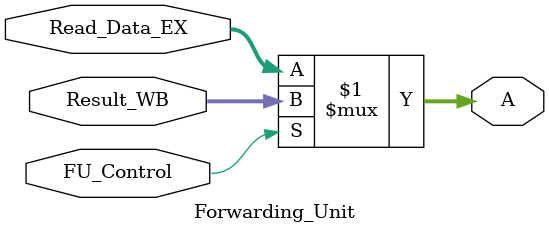
<source format=v>
`timescale 1ns / 1ps
module Forwarding_Unit(
	input FU_Control,
	input [7:0] Result_WB,
	input [7:0] Read_Data_EX,
	output [7:0] A
    );
	
	assign A = (FU_Control)?Result_WB:Read_Data_EX;
	
endmodule

</source>
